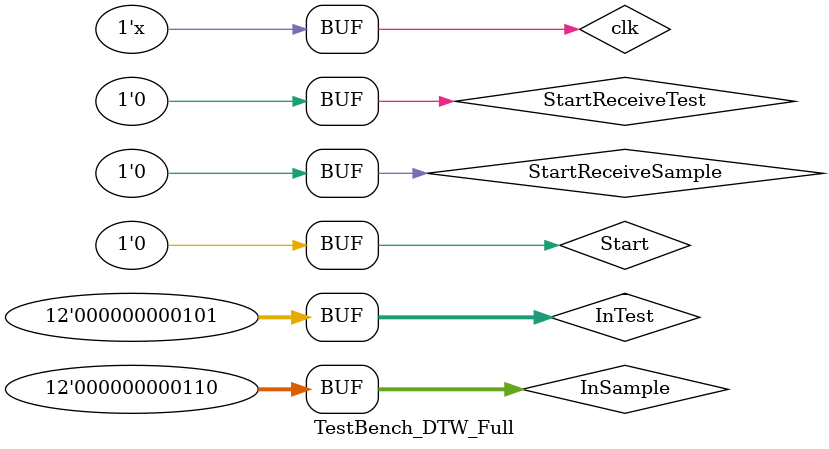
<source format=v>
`timescale 1ns / 1ps


module TestBench_DTW_Full;

	// Inputs
	reg signed[11:0]InSample;
	reg signed[11:0]InTest;
	reg Start;
	reg StartReceiveSample;
	reg StartReceiveTest;
	reg clk;

	// Outputs
	wire valid;
	wire signed[11:0] Out_Euclidean_Distatnce;

	// Instantiate the Unit Under Test (UUT)
	DTWmadule uut (
		.InSample(InSample), 
		.InTest(InTest), 
		.Start(Start), 
		.StartReceiveSample(StartReceiveSample), 
		.StartReceiveTest(StartReceiveTest), 
		.clk(clk), 
		.valid(valid), 
		.Out_Euclidean_Distatnce(Out_Euclidean_Distatnce)
	);

	initial begin
		// Initialize Inputs
		InSample = 0;
		InTest = 0;
		Start = 0;
		StartReceiveSample = 0;
		StartReceiveTest = 0;
		clk = 0;

		// Wait 100 ns for global reset to finish
		#100;
        
		// Add stimulus here
		//InSample= 4'd3;
		#80;
		StartReceiveSample = 1;        // sample initialization
		InSample= 12'd3;
		#40;
		InSample= 12'd1;
		#40;
		InSample= 12'd2;
		#40;
		InSample= 12'd3;
		#40;
		InSample= 12'd4;
		#40;
		InSample= 12'd5;
		#40;
		InSample= 12'd6;
		#40;
		StartReceiveSample = 0;
		//InTest=4'd4;
		#80;
		
		StartReceiveTest = 1;        // test initialization
		InTest=12'd4;
		#40;
		InTest=12'd3;
		#40;
		InTest=12'd2;
		#40;
		InTest=12'd3;
		#40;
		InTest=12'd4;
		#40;
		InTest=12'd5;
		#40;
      StartReceiveTest = 0;
		#40;
		
		
		#80;                    // Start Calculating DTW Matrix
	   Start=1;
		#40;
		Start=0;
		
	end
	
	
     always #20 clk <= ~clk;  // 25MHz    
endmodule


</source>
